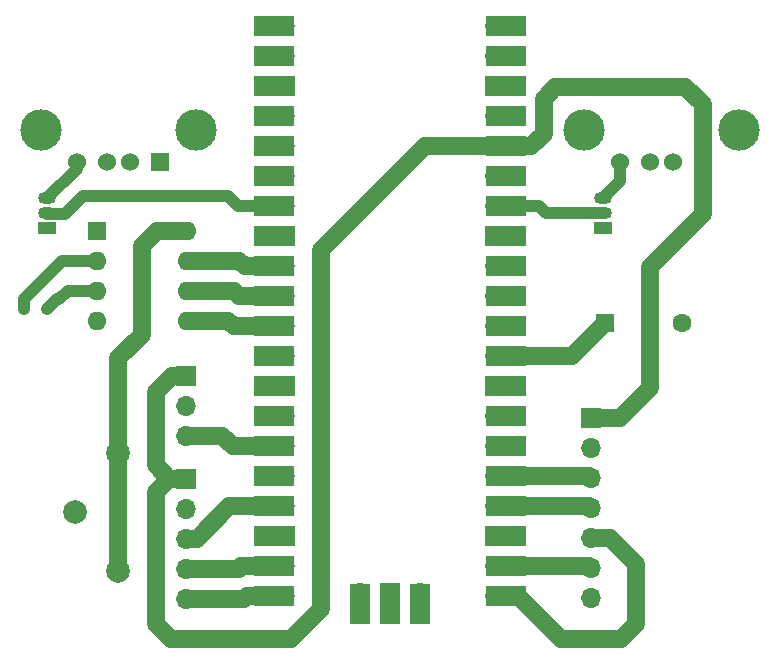
<source format=gbr>
G04 #@! TF.GenerationSoftware,KiCad,Pcbnew,7.0.7-2.fc38*
G04 #@! TF.CreationDate,2023-10-09T12:01:19+01:00*
G04 #@! TF.ProjectId,Main_PCB,4d61696e-5f50-4434-922e-6b696361645f,rev?*
G04 #@! TF.SameCoordinates,Original*
G04 #@! TF.FileFunction,Copper,L1,Top*
G04 #@! TF.FilePolarity,Positive*
%FSLAX46Y46*%
G04 Gerber Fmt 4.6, Leading zero omitted, Abs format (unit mm)*
G04 Created by KiCad (PCBNEW 7.0.7-2.fc38) date 2023-10-09 12:01:19*
%MOMM*%
%LPD*%
G01*
G04 APERTURE LIST*
G04 #@! TA.AperFunction,ComponentPad*
%ADD10R,1.524000X1.524000*%
G04 #@! TD*
G04 #@! TA.AperFunction,ComponentPad*
%ADD11C,1.524000*%
G04 #@! TD*
G04 #@! TA.AperFunction,ComponentPad*
%ADD12C,3.500000*%
G04 #@! TD*
G04 #@! TA.AperFunction,ComponentPad*
%ADD13C,1.000000*%
G04 #@! TD*
G04 #@! TA.AperFunction,ComponentPad*
%ADD14R,1.600000X1.600000*%
G04 #@! TD*
G04 #@! TA.AperFunction,ComponentPad*
%ADD15C,1.600000*%
G04 #@! TD*
G04 #@! TA.AperFunction,ComponentPad*
%ADD16O,1.600000X1.600000*%
G04 #@! TD*
G04 #@! TA.AperFunction,ComponentPad*
%ADD17R,1.700000X1.700000*%
G04 #@! TD*
G04 #@! TA.AperFunction,ComponentPad*
%ADD18O,1.700000X1.700000*%
G04 #@! TD*
G04 #@! TA.AperFunction,SMDPad,CuDef*
%ADD19R,3.500000X1.700000*%
G04 #@! TD*
G04 #@! TA.AperFunction,SMDPad,CuDef*
%ADD20R,1.700000X3.500000*%
G04 #@! TD*
G04 #@! TA.AperFunction,ComponentPad*
%ADD21C,2.000000*%
G04 #@! TD*
G04 #@! TA.AperFunction,ComponentPad*
%ADD22R,1.500000X1.050000*%
G04 #@! TD*
G04 #@! TA.AperFunction,ComponentPad*
%ADD23O,1.500000X1.050000*%
G04 #@! TD*
G04 #@! TA.AperFunction,Conductor*
%ADD24C,1.500000*%
G04 #@! TD*
G04 #@! TA.AperFunction,Conductor*
%ADD25C,1.000000*%
G04 #@! TD*
G04 APERTURE END LIST*
D10*
G04 #@! TO.P,J4,1,VBUS*
G04 #@! TO.N,+3.3V*
X123500000Y-57362500D03*
D11*
G04 #@! TO.P,J4,2,D-*
G04 #@! TO.N,unconnected-(J4-Pad2)*
X121000000Y-57362500D03*
G04 #@! TO.P,J4,3,D+*
G04 #@! TO.N,unconnected-(J4-Pad3)*
X119000000Y-57362500D03*
G04 #@! TO.P,J4,4,GND*
G04 #@! TO.N,Net-(J4-Pad4)*
X116500000Y-57362500D03*
D12*
G04 #@! TO.P,J4,5,Shield*
G04 #@! TO.N,unconnected-(J4-Pad5)*
X126570000Y-54652500D03*
X113430000Y-54652500D03*
G04 #@! TD*
D13*
G04 #@! TO.P,Y1,1,1*
G04 #@! TO.N,Net-(U2-Pad2)*
X112050000Y-69817742D03*
G04 #@! TO.P,Y1,2,2*
G04 #@! TO.N,Net-(U2-Pad3)*
X113950000Y-69817742D03*
G04 #@! TD*
D14*
G04 #@! TO.P,BZ1,1,-*
G04 #@! TO.N,PWM*
X161200000Y-71000000D03*
D15*
G04 #@! TO.P,BZ1,2,+*
G04 #@! TO.N,GND*
X167700000Y-71000000D03*
G04 #@! TD*
D14*
G04 #@! TO.P,U2,1,VCC2*
G04 #@! TO.N,+3.3V*
X118200000Y-63200000D03*
D16*
G04 #@! TO.P,U2,2,X1*
G04 #@! TO.N,Net-(U2-Pad2)*
X118200000Y-65740000D03*
G04 #@! TO.P,U2,3,X2*
G04 #@! TO.N,Net-(U2-Pad3)*
X118200000Y-68280000D03*
G04 #@! TO.P,U2,4,GND*
G04 #@! TO.N,GND*
X118200000Y-70820000D03*
G04 #@! TO.P,U2,5,CE*
G04 #@! TO.N,RTC_RST*
X125820000Y-70820000D03*
G04 #@! TO.P,U2,6,I/O*
G04 #@! TO.N,RTC_DAT*
X125820000Y-68280000D03*
G04 #@! TO.P,U2,7,SCLK*
G04 #@! TO.N,RTC_CLK*
X125820000Y-65740000D03*
G04 #@! TO.P,U2,8,VCC1*
G04 #@! TO.N,Net-(BT1-Pad1)*
X125820000Y-63200000D03*
G04 #@! TD*
D17*
G04 #@! TO.P,J3,1,Pin_1*
G04 #@! TO.N,+3.3V*
X125730000Y-84175000D03*
D18*
G04 #@! TO.P,J3,2,Pin_2*
G04 #@! TO.N,GND*
X125730000Y-86715000D03*
G04 #@! TO.P,J3,3,Pin_3*
G04 #@! TO.N,RIGHT_BUT*
X125730000Y-89255000D03*
G04 #@! TO.P,J3,4,Pin_4*
G04 #@! TO.N,MIDDLE_BUT*
X125730000Y-91795000D03*
G04 #@! TO.P,J3,5,Pin_5*
G04 #@! TO.N,LEFT_BUT*
X125730000Y-94335000D03*
G04 #@! TD*
D19*
G04 #@! TO.P,U1,1,GPIO0*
G04 #@! TO.N,unconnected-(U1-Pad1)*
X133210000Y-45870000D03*
D18*
X134110000Y-45870000D03*
D19*
G04 #@! TO.P,U1,2,GPIO1*
G04 #@! TO.N,unconnected-(U1-Pad2)*
X133210000Y-48410000D03*
D18*
X134110000Y-48410000D03*
D17*
G04 #@! TO.P,U1,3,GND*
G04 #@! TO.N,GND*
X134110000Y-50950000D03*
D19*
X133210000Y-50950000D03*
G04 #@! TO.P,U1,4,GPIO2*
G04 #@! TO.N,unconnected-(U1-Pad4)*
X133210000Y-53490000D03*
D18*
X134110000Y-53490000D03*
D19*
G04 #@! TO.P,U1,5,GPIO3*
G04 #@! TO.N,unconnected-(U1-Pad5)*
X133210000Y-56030000D03*
D18*
X134110000Y-56030000D03*
G04 #@! TO.P,U1,6,GPIO4*
G04 #@! TO.N,unconnected-(U1-Pad6)*
X134110000Y-58570000D03*
D19*
X133210000Y-58570000D03*
G04 #@! TO.P,U1,7,GPIO5*
G04 #@! TO.N,USB1*
X133210000Y-61110000D03*
D18*
X134110000Y-61110000D03*
D17*
G04 #@! TO.P,U1,8,GND*
G04 #@! TO.N,GND*
X134110000Y-63650000D03*
D19*
X133210000Y-63650000D03*
D18*
G04 #@! TO.P,U1,9,GPIO6*
G04 #@! TO.N,RTC_CLK*
X134110000Y-66190000D03*
D19*
X133210000Y-66190000D03*
G04 #@! TO.P,U1,10,GPIO7*
G04 #@! TO.N,RTC_DAT*
X133210000Y-68730000D03*
D18*
X134110000Y-68730000D03*
G04 #@! TO.P,U1,11,GPIO8*
G04 #@! TO.N,RTC_RST*
X134110000Y-71270000D03*
D19*
X133210000Y-71270000D03*
G04 #@! TO.P,U1,12,GPIO9*
G04 #@! TO.N,unconnected-(U1-Pad12)*
X133210000Y-73810000D03*
D18*
X134110000Y-73810000D03*
D17*
G04 #@! TO.P,U1,13,GND*
G04 #@! TO.N,GND*
X134110000Y-76350000D03*
D19*
X133210000Y-76350000D03*
D18*
G04 #@! TO.P,U1,14,GPIO10*
G04 #@! TO.N,unconnected-(U1-Pad14)*
X134110000Y-78890000D03*
D19*
X133210000Y-78890000D03*
G04 #@! TO.P,U1,15,GPIO11*
G04 #@! TO.N,LIGHT*
X133210000Y-81430000D03*
D18*
X134110000Y-81430000D03*
D19*
G04 #@! TO.P,U1,16,GPIO12*
G04 #@! TO.N,unconnected-(U1-Pad16)*
X133210000Y-83970000D03*
D18*
X134110000Y-83970000D03*
G04 #@! TO.P,U1,17,GPIO13*
G04 #@! TO.N,RIGHT_BUT*
X134110000Y-86510000D03*
D19*
X133210000Y-86510000D03*
G04 #@! TO.P,U1,18,GND*
G04 #@! TO.N,GND*
X133210000Y-89050000D03*
D17*
X134110000Y-89050000D03*
D18*
G04 #@! TO.P,U1,19,GPIO14*
G04 #@! TO.N,MIDDLE_BUT*
X134110000Y-91590000D03*
D19*
X133210000Y-91590000D03*
D18*
G04 #@! TO.P,U1,20,GPIO15*
G04 #@! TO.N,LEFT_BUT*
X134110000Y-94130000D03*
D19*
X133210000Y-94130000D03*
D18*
G04 #@! TO.P,U1,21,GPIO16*
G04 #@! TO.N,OLED_CS*
X151890000Y-94130000D03*
D19*
X152790000Y-94130000D03*
G04 #@! TO.P,U1,22,GPIO17*
G04 #@! TO.N,OLED_DC*
X152790000Y-91590000D03*
D18*
X151890000Y-91590000D03*
D19*
G04 #@! TO.P,U1,23,GND*
G04 #@! TO.N,GND*
X152790000Y-89050000D03*
D17*
X151890000Y-89050000D03*
D19*
G04 #@! TO.P,U1,24,GPIO18*
G04 #@! TO.N,OLED_CLK*
X152790000Y-86510000D03*
D18*
X151890000Y-86510000D03*
D19*
G04 #@! TO.P,U1,25,GPIO19*
G04 #@! TO.N,OLED_DIN*
X152790000Y-83970000D03*
D18*
X151890000Y-83970000D03*
D19*
G04 #@! TO.P,U1,26,GPIO20*
G04 #@! TO.N,OLED_RST*
X152790000Y-81430000D03*
D18*
X151890000Y-81430000D03*
D19*
G04 #@! TO.P,U1,27,GPIO21*
G04 #@! TO.N,unconnected-(U1-Pad27)*
X152790000Y-78890000D03*
D18*
X151890000Y-78890000D03*
D17*
G04 #@! TO.P,U1,28,GND*
G04 #@! TO.N,GND*
X151890000Y-76350000D03*
D19*
X152790000Y-76350000D03*
D18*
G04 #@! TO.P,U1,29,GPIO22*
G04 #@! TO.N,PWM*
X151890000Y-73810000D03*
D19*
X152790000Y-73810000D03*
G04 #@! TO.P,U1,30,RUN*
G04 #@! TO.N,unconnected-(U1-Pad30)*
X152790000Y-71270000D03*
D18*
X151890000Y-71270000D03*
G04 #@! TO.P,U1,31,GPIO26_ADC0*
G04 #@! TO.N,unconnected-(U1-Pad31)*
X151890000Y-68730000D03*
D19*
X152790000Y-68730000D03*
G04 #@! TO.P,U1,32,GPIO27_ADC1*
G04 #@! TO.N,unconnected-(U1-Pad32)*
X152790000Y-66190000D03*
D18*
X151890000Y-66190000D03*
D17*
G04 #@! TO.P,U1,33,AGND*
G04 #@! TO.N,GND*
X151890000Y-63650000D03*
D19*
X152790000Y-63650000D03*
G04 #@! TO.P,U1,34,GPIO28_ADC2*
G04 #@! TO.N,USB2*
X152790000Y-61110000D03*
D18*
X151890000Y-61110000D03*
G04 #@! TO.P,U1,35,ADC_VREF*
G04 #@! TO.N,unconnected-(U1-Pad35)*
X151890000Y-58570000D03*
D19*
X152790000Y-58570000D03*
G04 #@! TO.P,U1,36,3V3*
G04 #@! TO.N,+3.3V*
X152790000Y-56030000D03*
D18*
X151890000Y-56030000D03*
G04 #@! TO.P,U1,37,3V3_EN*
G04 #@! TO.N,unconnected-(U1-Pad37)*
X151890000Y-53490000D03*
D19*
X152790000Y-53490000D03*
G04 #@! TO.P,U1,38,GND*
G04 #@! TO.N,GND*
X152790000Y-50950000D03*
D17*
X151890000Y-50950000D03*
D18*
G04 #@! TO.P,U1,39,VSYS*
G04 #@! TO.N,unconnected-(U1-Pad39)*
X151890000Y-48410000D03*
D19*
X152790000Y-48410000D03*
D18*
G04 #@! TO.P,U1,40,VBUS*
G04 #@! TO.N,unconnected-(U1-Pad40)*
X151890000Y-45870000D03*
D19*
X152790000Y-45870000D03*
D18*
G04 #@! TO.P,U1,41,SWCLK*
G04 #@! TO.N,unconnected-(U1-Pad41)*
X140460000Y-93900000D03*
D20*
X140460000Y-94800000D03*
G04 #@! TO.P,U1,42,GND*
G04 #@! TO.N,unconnected-(U1-Pad42)*
X143000000Y-94800000D03*
D17*
X143000000Y-93900000D03*
D18*
G04 #@! TO.P,U1,43,SWDIO*
G04 #@! TO.N,unconnected-(U1-Pad43)*
X145540000Y-93900000D03*
D20*
X145540000Y-94800000D03*
G04 #@! TD*
D21*
G04 #@! TO.P,BT1,1,+*
G04 #@! TO.N,Net-(BT1-Pad1)*
X120000000Y-92000000D03*
X120000000Y-82000000D03*
G04 #@! TO.P,BT1,2,-*
G04 #@! TO.N,GND*
X116300000Y-87000000D03*
G04 #@! TD*
D10*
G04 #@! TO.P,J5,1,VBUS*
G04 #@! TO.N,+3.3V*
X169500000Y-57362500D03*
D11*
G04 #@! TO.P,J5,2,D-*
G04 #@! TO.N,unconnected-(J5-Pad2)*
X167000000Y-57362500D03*
G04 #@! TO.P,J5,3,D+*
G04 #@! TO.N,unconnected-(J5-Pad3)*
X165000000Y-57362500D03*
G04 #@! TO.P,J5,4,GND*
G04 #@! TO.N,Net-(J5-Pad4)*
X162500000Y-57362500D03*
D12*
G04 #@! TO.P,J5,5,Shield*
G04 #@! TO.N,unconnected-(J5-Pad5)*
X159430000Y-54652500D03*
X172570000Y-54652500D03*
G04 #@! TD*
D22*
G04 #@! TO.P,Q1,1,E*
G04 #@! TO.N,GND*
X114000000Y-63000000D03*
D23*
G04 #@! TO.P,Q1,2,B*
G04 #@! TO.N,USB1*
X114000000Y-61730000D03*
G04 #@! TO.P,Q1,3,C*
G04 #@! TO.N,Net-(J4-Pad4)*
X114000000Y-60460000D03*
G04 #@! TD*
D17*
G04 #@! TO.P,J1,1,Pin_1*
G04 #@! TO.N,+3.3V*
X125730000Y-75475000D03*
D18*
G04 #@! TO.P,J1,2,Pin_2*
G04 #@! TO.N,GND*
X125730000Y-78015000D03*
G04 #@! TO.P,J1,3,Pin_3*
G04 #@! TO.N,LIGHT*
X125730000Y-80555000D03*
G04 #@! TD*
D17*
G04 #@! TO.P,J2,1,Pin_1*
G04 #@! TO.N,+3.3V*
X160020000Y-79047500D03*
D18*
G04 #@! TO.P,J2,2,Pin_2*
G04 #@! TO.N,GND*
X160020000Y-81587500D03*
G04 #@! TO.P,J2,3,Pin_3*
G04 #@! TO.N,OLED_DIN*
X160020000Y-84127500D03*
G04 #@! TO.P,J2,4,Pin_4*
G04 #@! TO.N,OLED_CLK*
X160020000Y-86667500D03*
G04 #@! TO.P,J2,5,Pin_5*
G04 #@! TO.N,OLED_CS*
X160020000Y-89207500D03*
G04 #@! TO.P,J2,6,Pin_6*
G04 #@! TO.N,OLED_DC*
X160020000Y-91747500D03*
G04 #@! TO.P,J2,7,Pin_7*
G04 #@! TO.N,OLED_RST*
X160020000Y-94287500D03*
G04 #@! TD*
D22*
G04 #@! TO.P,Q2,1,E*
G04 #@! TO.N,GND*
X161000000Y-63000000D03*
D23*
G04 #@! TO.P,Q2,2,B*
G04 #@! TO.N,USB2*
X161000000Y-61730000D03*
G04 #@! TO.P,Q2,3,C*
G04 #@! TO.N,Net-(J5-Pad4)*
X161000000Y-60460000D03*
G04 #@! TD*
D24*
G04 #@! TO.N,Net-(BT1-Pad1)*
X122000000Y-72000000D02*
X120000000Y-74000000D01*
X123260000Y-63200000D02*
X122000000Y-64460000D01*
X120000000Y-74000000D02*
X120000000Y-82000000D01*
X125820000Y-63200000D02*
X123260000Y-63200000D01*
X120000000Y-82000000D02*
X120000000Y-92000000D01*
X122000000Y-64460000D02*
X122000000Y-72000000D01*
G04 #@! TO.N,PWM*
X158390000Y-73810000D02*
X161200000Y-71000000D01*
X151890000Y-73810000D02*
X158390000Y-73810000D01*
G04 #@! TO.N,+3.3V*
X165000000Y-66250000D02*
X165000000Y-76500000D01*
X123190000Y-76810000D02*
X123190000Y-83040000D01*
X165000000Y-76500000D02*
X162452500Y-79047500D01*
X134620000Y-97790000D02*
X124460000Y-97790000D01*
X169500000Y-57362500D02*
X169500000Y-61750000D01*
X123190000Y-83040000D02*
X124325000Y-84175000D01*
X154970000Y-56030000D02*
X156000000Y-55000000D01*
X123190000Y-96520000D02*
X123190000Y-85310000D01*
X124525000Y-75475000D02*
X125730000Y-75475000D01*
X151890000Y-56030000D02*
X154970000Y-56030000D01*
X137160000Y-64840000D02*
X137160000Y-95250000D01*
X123190000Y-85310000D02*
X124325000Y-84175000D01*
X124460000Y-97790000D02*
X123190000Y-96520000D01*
X168000000Y-51000000D02*
X169500000Y-52500000D01*
X169500000Y-61750000D02*
X165000000Y-66250000D01*
X157000000Y-51000000D02*
X168000000Y-51000000D01*
X137160000Y-95250000D02*
X134620000Y-97790000D01*
X151890000Y-56030000D02*
X145970000Y-56030000D01*
X145970000Y-56030000D02*
X137160000Y-64840000D01*
X162452500Y-79047500D02*
X160020000Y-79047500D01*
X156000000Y-52000000D02*
X157000000Y-51000000D01*
X156000000Y-55000000D02*
X156000000Y-52000000D01*
X123190000Y-76810000D02*
X124525000Y-75475000D01*
X124325000Y-84175000D02*
X125730000Y-84175000D01*
X169500000Y-52500000D02*
X169500000Y-57362500D01*
G04 #@! TO.N,LIGHT*
X125730000Y-80555000D02*
X128805000Y-80555000D01*
X128805000Y-80555000D02*
X129680000Y-81430000D01*
X129680000Y-81430000D02*
X134110000Y-81430000D01*
G04 #@! TO.N,OLED_DIN*
X151890000Y-83970000D02*
X159862500Y-83970000D01*
X159862500Y-83970000D02*
X160020000Y-84127500D01*
G04 #@! TO.N,OLED_CLK*
X151890000Y-86510000D02*
X159862500Y-86510000D01*
X159862500Y-86510000D02*
X160020000Y-86667500D01*
G04 #@! TO.N,OLED_CS*
X162560000Y-97790000D02*
X163830000Y-96520000D01*
X151890000Y-94130000D02*
X153820000Y-94130000D01*
X157480000Y-97790000D02*
X162560000Y-97790000D01*
X163830000Y-91440000D02*
X161597500Y-89207500D01*
X161597500Y-89207500D02*
X160020000Y-89207500D01*
X153820000Y-94130000D02*
X157480000Y-97790000D01*
X163830000Y-96520000D02*
X163830000Y-91440000D01*
G04 #@! TO.N,OLED_DC*
X151890000Y-91590000D02*
X159862500Y-91590000D01*
X159862500Y-91590000D02*
X160020000Y-91747500D01*
G04 #@! TO.N,RIGHT_BUT*
X125730000Y-89255000D02*
X126645000Y-89255000D01*
X129390000Y-86510000D02*
X134110000Y-86510000D01*
X126645000Y-89255000D02*
X129390000Y-86510000D01*
G04 #@! TO.N,MIDDLE_BUT*
X130205000Y-91795000D02*
X130410000Y-91590000D01*
X125730000Y-91795000D02*
X130205000Y-91795000D01*
X130410000Y-91590000D02*
X134110000Y-91590000D01*
G04 #@! TO.N,LEFT_BUT*
X130870000Y-94130000D02*
X134110000Y-94130000D01*
X130665000Y-94335000D02*
X130870000Y-94130000D01*
X125730000Y-94335000D02*
X130665000Y-94335000D01*
D25*
G04 #@! TO.N,Net-(J4-Pad4)*
X116500000Y-57362500D02*
X116500000Y-57960000D01*
X116500000Y-57960000D02*
X114000000Y-60460000D01*
G04 #@! TO.N,Net-(J5-Pad4)*
X162500000Y-58960000D02*
X161000000Y-60460000D01*
X162500000Y-57362500D02*
X162500000Y-58960000D01*
G04 #@! TO.N,USB1*
X114000000Y-61730000D02*
X114000000Y-61750000D01*
X129250000Y-60250000D02*
X130110000Y-61110000D01*
X115475000Y-61775000D02*
X117000000Y-60250000D01*
X130110000Y-61110000D02*
X134110000Y-61110000D01*
X114025000Y-61775000D02*
X115475000Y-61775000D01*
X114000000Y-61750000D02*
X114025000Y-61775000D01*
X117000000Y-60250000D02*
X129250000Y-60250000D01*
G04 #@! TO.N,USB2*
X156230000Y-61730000D02*
X155610000Y-61110000D01*
X161000000Y-61730000D02*
X156230000Y-61730000D01*
X155610000Y-61110000D02*
X151890000Y-61110000D01*
G04 #@! TO.N,Net-(U2-Pad2)*
X112050000Y-69817742D02*
X112050000Y-68950000D01*
X112050000Y-68950000D02*
X115260000Y-65740000D01*
X115260000Y-65740000D02*
X118200000Y-65740000D01*
G04 #@! TO.N,Net-(U2-Pad3)*
X115720000Y-68280000D02*
X118200000Y-68280000D01*
X115000000Y-69000000D02*
X115720000Y-68280000D01*
X114767742Y-69000000D02*
X115000000Y-69000000D01*
X113950000Y-69817742D02*
X114767742Y-69000000D01*
D24*
G04 #@! TO.N,RTC_RST*
X129320000Y-70820000D02*
X129770000Y-71270000D01*
X125820000Y-70820000D02*
X129320000Y-70820000D01*
X129770000Y-71270000D02*
X134110000Y-71270000D01*
G04 #@! TO.N,RTC_DAT*
X129780000Y-68280000D02*
X130230000Y-68730000D01*
X125820000Y-68280000D02*
X129780000Y-68280000D01*
X130230000Y-68730000D02*
X134110000Y-68730000D01*
G04 #@! TO.N,RTC_CLK*
X125820000Y-65740000D02*
X130240000Y-65740000D01*
X130690000Y-66190000D02*
X134110000Y-66190000D01*
X130240000Y-65740000D02*
X130690000Y-66190000D01*
G04 #@! TD*
M02*

</source>
